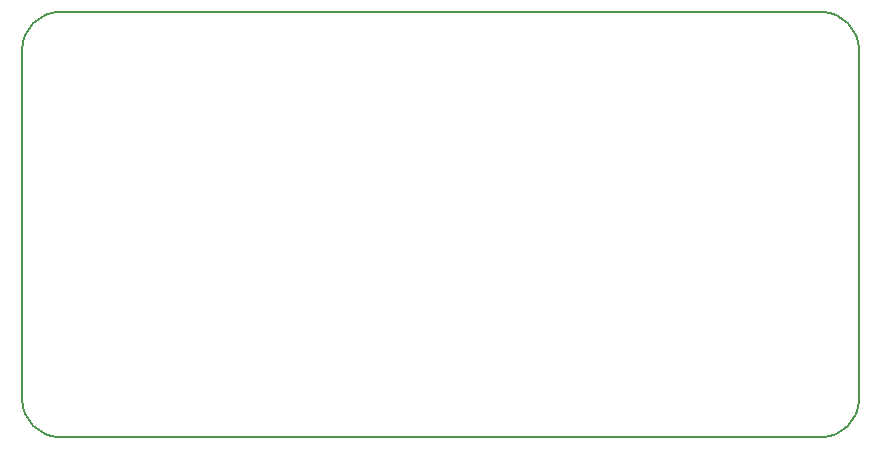
<source format=gbr>
%TF.GenerationSoftware,KiCad,Pcbnew,6.0.0-rc1-unknown-4a57541~66~ubuntu18.04.1*%
%TF.CreationDate,2018-09-13T10:12:08-06:00*%
%TF.ProjectId,thelio-io-sas,7468656C696F2D696F2D7361732E6B69,rev?*%
%TF.SameCoordinates,Original*%
%TF.FileFunction,Paste,Bot*%
%TF.FilePolarity,Positive*%
%FSLAX46Y46*%
G04 Gerber Fmt 4.6, Leading zero omitted, Abs format (unit mm)*
G04 Created by KiCad (PCBNEW 6.0.0-rc1-unknown-4a57541~66~ubuntu18.04.1) date Thu Sep 13 10:12:08 2018*
%MOMM*%
%LPD*%
G01*
G04 APERTURE LIST*
%ADD10C,0.200000*%
%ADD11C,0.150000*%
G04 APERTURE END LIST*
D10*
X0Y-32800000D02*
X0Y-3200000D01*
X70850000Y-3200000D02*
X70850000Y-32800000D01*
X0Y-3200000D02*
G75*
G02X3200000Y0I3200000J0D01*
G01*
X67650000Y0D02*
G75*
G02X70850000Y-3200000I0J-3200000D01*
G01*
X3200000Y0D02*
X67650000Y0D01*
X67650000Y-36000000D02*
X3200000Y-36000000D01*
D11*
X70850000Y-32800000D02*
G75*
G02X67650000Y-36000000I-3200000J0D01*
G01*
D10*
X3200000Y-36000000D02*
G75*
G02X0Y-32800000I0J3200000D01*
G01*
M02*

</source>
